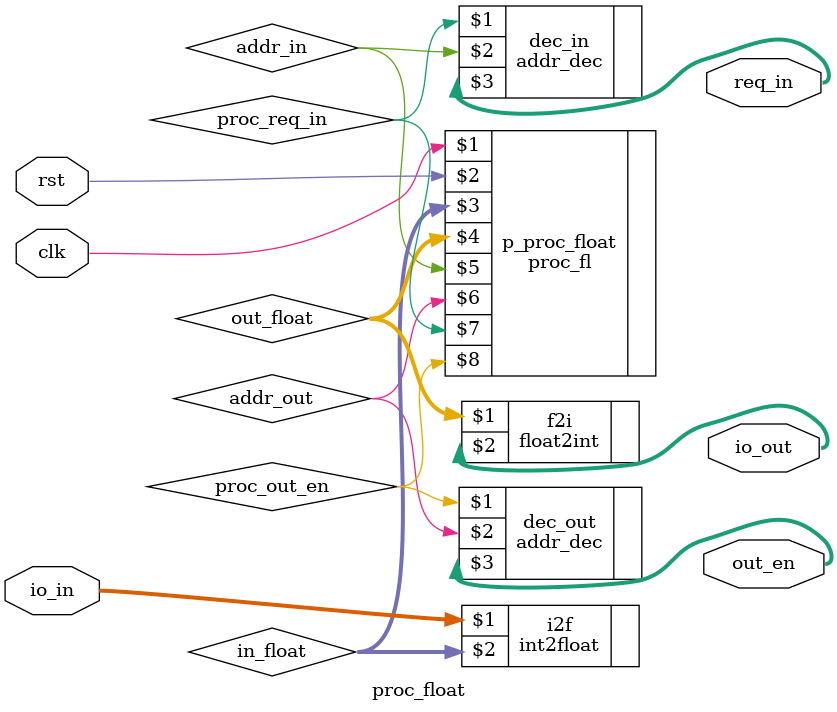
<source format=v>
module proc_float (
input clk, rst,
input signed [11:0] io_in,
output signed [20:0] io_out,
output [1:0] req_in,
output [1:0] out_en);

wire signed [20:0] in_float;
wire signed [20:0] out_float;

int2float #(.MAN(12),.EXP(8)) i2f (io_in, in_float);

wire proc_req_in, proc_out_en;
wire [0:0] addr_in;
wire [0:0] addr_out;

proc_fl #(.NBMANT(12),
.NBEXPO(8),
.MDATAS(704),
.MINSTS(4934),
.SDEPTH(16),
.NUIOIN(2),
.NUIOOU(2),
.EQU(1),
.MLT(1),
.ADD(1),
.NEG(1),
.LES(1),
.DFILE("C:/Users/melis/Desktop/GitDesk/proc_float/proc_float/Hardware/proc_float_H/proc_float_data.mif"),
.IFILE("C:/Users/melis/Desktop/GitDesk/proc_float/proc_float/Hardware/proc_float_H/proc_float_inst.mif")
) p_proc_float (clk, rst, in_float, out_float, addr_in, addr_out, proc_req_in, proc_out_en);

float2int #(.EXP(8),.MAN(12)) f2i (out_float, io_out);

addr_dec #(2) dec_in (proc_req_in, addr_in , req_in);
addr_dec #(2) dec_out(proc_out_en, addr_out, out_en);

endmodule

</source>
